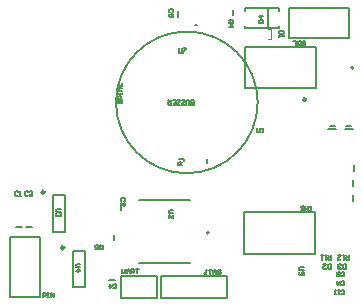
<source format=gto>
G04*
G04 #@! TF.GenerationSoftware,Altium Limited,Altium Designer,18.0.9 (584)*
G04*
G04 Layer_Color=65535*
%FSLAX25Y25*%
%MOIN*%
G70*
G01*
G75*
%ADD10C,0.00787*%
%ADD11C,0.00500*%
%ADD12C,0.00600*%
%ADD13C,0.00984*%
%ADD14C,0.01000*%
%ADD15C,0.00394*%
D10*
X215025Y177580D02*
G03*
X215025Y177580I-394J0D01*
G01*
X166894Y122500D02*
G03*
X166894Y122500I-394J0D01*
G01*
X215012Y133016D02*
Y134984D01*
X215071Y143016D02*
Y144984D01*
X215012Y138016D02*
Y139984D01*
X206622Y157126D02*
X209378D01*
X212122D02*
X214878D01*
X207213Y158260D02*
X208787D01*
X212713D02*
X214287D01*
X137457Y108043D02*
X149543D01*
Y100957D02*
Y108043D01*
X137457Y100957D02*
X149543D01*
X137457D02*
Y108043D01*
X133516Y106929D02*
X135484D01*
X166272Y145713D02*
Y147287D01*
X174772Y195213D02*
Y196787D01*
X156547Y194516D02*
Y196484D01*
X125469Y104398D02*
Y116602D01*
X121531Y104398D02*
Y116602D01*
Y104398D02*
X125469D01*
X121531Y116602D02*
X125469D01*
X150957Y108043D02*
X173043D01*
Y100957D02*
Y108043D01*
X150957Y100957D02*
X173043D01*
X150957D02*
Y108043D01*
X178791Y197346D02*
X190209D01*
X178791Y190654D02*
X190209D01*
X178791Y196559D02*
Y197346D01*
Y190654D02*
Y191441D01*
X190209Y196559D02*
Y197346D01*
Y190654D02*
Y191441D01*
X186469Y190654D02*
Y197346D01*
X193500Y187500D02*
X213500D01*
Y197500D01*
X193500D02*
X213500D01*
X193500Y187500D02*
Y197500D01*
X135272Y120213D02*
Y121787D01*
X137412Y130038D02*
Y132006D01*
X102686Y124308D02*
X104654D01*
X118969Y122898D02*
Y135102D01*
X115031Y122898D02*
Y135102D01*
Y122898D02*
X118969D01*
X115031Y135102D02*
X118969D01*
X106046Y124359D02*
X108014D01*
X100500Y101000D02*
Y121000D01*
Y101000D02*
X110500D01*
Y121000D01*
X100500D02*
X110500D01*
D11*
X183122Y166000D02*
G03*
X183122Y166000I-23622J0D01*
G01*
X202442Y170690D02*
Y184470D01*
X178820D02*
X202442D01*
X178820Y170690D02*
Y184470D01*
Y170690D02*
X202442D01*
X178689Y115610D02*
Y129390D01*
Y115610D02*
X202311D01*
Y129390D01*
X178689D02*
X202311D01*
X191809Y189840D02*
X190310D01*
Y189090D01*
X190560Y188840D01*
X191560D01*
X191809Y189090D01*
Y189840D01*
X190310Y188340D02*
Y187841D01*
Y188091D01*
X191809D01*
X191560Y188340D01*
X161760Y165150D02*
Y166650D01*
X161010D01*
X160760Y166400D01*
Y166150D01*
X161010Y165900D01*
X161760D01*
X161010D01*
X160760Y165650D01*
Y165400D01*
X161010Y165150D01*
X161760D01*
X160260D02*
Y166400D01*
X160011Y166650D01*
X159511D01*
X159261Y166400D01*
Y165150D01*
X158761D02*
X157761D01*
Y165400D01*
X158761Y166400D01*
Y166650D01*
X157761D01*
X157261Y165150D02*
X156262D01*
Y165400D01*
X157261Y166400D01*
Y166650D01*
X156262D01*
X154762Y165150D02*
X155762D01*
Y166650D01*
X154762D01*
X155762Y165900D02*
X155262D01*
X154262Y166650D02*
Y165150D01*
X153513D01*
X153263Y165400D01*
Y165900D01*
X153513Y166150D01*
X154262D01*
X153763D02*
X153263Y166650D01*
X138000Y110500D02*
Y109250D01*
X138250Y109000D01*
X138750D01*
X139000Y109250D01*
Y110500D01*
X139499Y109000D02*
Y110000D01*
X139999Y110500D01*
X140499Y110000D01*
Y109000D01*
Y109750D01*
X139499D01*
X140999Y109000D02*
Y110500D01*
X141749D01*
X141999Y110250D01*
Y109750D01*
X141749Y109500D01*
X140999D01*
X141499D02*
X141999Y109000D01*
X142499Y110500D02*
X143498D01*
X142998D01*
Y109000D01*
X213500Y115000D02*
Y113500D01*
X212750D01*
X212500Y113750D01*
Y114250D01*
X212750Y114500D01*
X213500D01*
X213000D02*
X212500Y115000D01*
X212000D02*
X211501D01*
X211751D01*
Y113500D01*
X212000D01*
X209751Y115000D02*
X210751D01*
X209751Y114000D01*
Y113750D01*
X210001Y113500D01*
X210501D01*
X210751Y113750D01*
X207500Y115000D02*
Y113500D01*
X206750D01*
X206500Y113750D01*
Y114250D01*
X206750Y114500D01*
X207500D01*
X207000D02*
X206500Y115000D01*
X206000D02*
X205501D01*
X205751D01*
Y113500D01*
X206000D01*
X204751Y115000D02*
X204251D01*
X204501D01*
Y113500D01*
X204751Y113750D01*
X158000Y145000D02*
X156500D01*
Y145750D01*
X156750Y146000D01*
X157250D01*
X157500Y145750D01*
Y145000D01*
Y145500D02*
X158000Y146000D01*
X158500Y146500D02*
Y146749D01*
X158250Y146999D01*
X157000D01*
X212500Y110501D02*
Y112000D01*
X211750D01*
X211500Y111750D01*
Y110750D01*
X211750Y110501D01*
X212500D01*
X211000Y110750D02*
X210751Y110501D01*
X210251D01*
X210001Y110750D01*
Y111000D01*
X210251Y111250D01*
X210501D01*
X210251D01*
X210001Y111500D01*
Y111750D01*
X210251Y112000D01*
X210751D01*
X211000Y111750D01*
X207500Y110501D02*
Y112000D01*
X206750D01*
X206500Y111750D01*
Y110750D01*
X206750Y110501D01*
X207500D01*
X205001Y112000D02*
X206000D01*
X205001Y111000D01*
Y110750D01*
X205251Y110501D01*
X205751D01*
X206000Y110750D01*
X211000Y108250D02*
X211250Y108001D01*
X211750D01*
X212000Y108250D01*
Y109250D01*
X211750Y109500D01*
X211250D01*
X211000Y109250D01*
X210501Y108001D02*
Y109500D01*
X209751D01*
X209501Y109250D01*
Y109000D01*
X209751Y108750D01*
X210501D01*
X209751D01*
X209501Y108500D01*
Y108250D01*
X209751Y108001D01*
X210501D01*
X211000Y105250D02*
X211250Y105000D01*
X211750D01*
X212000Y105250D01*
Y106250D01*
X211750Y106500D01*
X211250D01*
X211000Y106250D01*
X210501Y106500D02*
Y105500D01*
X210001Y105000D01*
X209501Y105500D01*
Y106500D01*
Y105750D01*
X210501D01*
X211000Y102250D02*
X211250Y102000D01*
X211750D01*
X212000Y102250D01*
Y103250D01*
X211750Y103500D01*
X211250D01*
X211000Y103250D01*
X210501Y103500D02*
X210001D01*
X210251D01*
Y102000D01*
X210501Y102250D01*
X209251Y103500D02*
X208751D01*
X209001D01*
Y102000D01*
X209251Y102250D01*
X135000Y104250D02*
X135250Y104000D01*
X135750D01*
X136000Y104250D01*
Y105250D01*
X135750Y105500D01*
X135250D01*
X135000Y105250D01*
X133751Y105500D02*
Y104000D01*
X134501Y104750D01*
X133501D01*
X124000Y112000D02*
X122750D01*
X122500Y111750D01*
Y111250D01*
X122750Y111000D01*
X124000D01*
X122500Y109751D02*
X124000D01*
X123250Y110501D01*
Y109501D01*
X156750Y184090D02*
Y182840D01*
X157000Y182590D01*
X157500D01*
X157750Y182840D01*
Y184090D01*
X158249D02*
X159249D01*
Y183840D01*
X158249Y182840D01*
Y182590D01*
X198500Y111000D02*
X197250D01*
X197000Y110750D01*
Y110250D01*
X197250Y110000D01*
X198500D01*
Y108501D02*
Y109501D01*
X197750D01*
X198000Y109001D01*
Y108751D01*
X197750Y108501D01*
X197250D01*
X197000Y108751D01*
Y109251D01*
X197250Y109501D01*
X198500Y131250D02*
X198250Y131500D01*
X197750D01*
X197500Y131250D01*
Y131000D01*
X197750Y130750D01*
X198250D01*
X198500Y130500D01*
Y130250D01*
X198250Y130000D01*
X197750D01*
X197500Y130250D01*
X199000Y131500D02*
Y130000D01*
X199499Y130500D01*
X199999Y130000D01*
Y131500D01*
X200499Y130000D02*
X200999D01*
X200749D01*
Y131500D01*
X200499Y131250D01*
X154999Y130000D02*
X153750D01*
X153500Y129750D01*
Y129250D01*
X153750Y129000D01*
X154999D01*
X153500Y127501D02*
Y128500D01*
X154500Y127501D01*
X154750D01*
X154999Y127751D01*
Y128251D01*
X154750Y128500D01*
X198000Y185250D02*
X198250Y185001D01*
X198750D01*
X199000Y185250D01*
Y185500D01*
X198750Y185750D01*
X198250D01*
X198000Y186000D01*
Y186250D01*
X198250Y186500D01*
X198750D01*
X199000Y186250D01*
X196751Y185001D02*
X197251D01*
X197501Y185250D01*
Y186250D01*
X197251Y186500D01*
X196751D01*
X196501Y186250D01*
Y185250D01*
X196751Y185001D01*
X196001D02*
Y186500D01*
X195001D01*
X131500Y118500D02*
Y117000D01*
X130750D01*
X130500Y117250D01*
Y117750D01*
X130750Y118000D01*
X131500D01*
X131000D02*
X130500Y118500D01*
X129001Y117000D02*
X130000D01*
Y117750D01*
X129501Y117500D01*
X129251D01*
X129001Y117750D01*
Y118250D01*
X129251Y118500D01*
X129751D01*
X130000Y118250D01*
X173531Y193500D02*
X175031D01*
Y192750D01*
X174781Y192500D01*
X174281D01*
X174031Y192750D01*
Y193500D01*
Y193000D02*
X173531Y192500D01*
Y191251D02*
X175031D01*
X174281Y192000D01*
Y191001D01*
X183501Y192500D02*
X185000D01*
Y193250D01*
X184750Y193500D01*
X183750D01*
X183501Y193250D01*
Y192500D01*
X185000Y194749D02*
X183501D01*
X184250Y194000D01*
Y194999D01*
X154750Y196000D02*
X154999Y196250D01*
Y196750D01*
X154750Y197000D01*
X153750D01*
X153500Y196750D01*
Y196250D01*
X153750Y196000D01*
X154999Y194501D02*
Y195501D01*
X154250D01*
X154500Y195001D01*
Y194751D01*
X154250Y194501D01*
X153750D01*
X153500Y194751D01*
Y195251D01*
X153750Y195501D01*
X166250Y110249D02*
X165750D01*
X166000D01*
Y109000D01*
X165750Y108750D01*
X165500D01*
X165250Y109000D01*
X166750Y110249D02*
X167749D01*
X167249D01*
Y108750D01*
X168249D02*
Y109750D01*
X168749Y110249D01*
X169249Y109750D01*
Y108750D01*
Y109500D01*
X168249D01*
X170748Y110000D02*
X170498Y110249D01*
X169999D01*
X169749Y110000D01*
Y109000D01*
X169999Y108750D01*
X170498D01*
X170748Y109000D01*
Y109500D01*
X170248D01*
X117499Y130500D02*
X116250D01*
X116000Y130250D01*
Y129750D01*
X116250Y129500D01*
X117499D01*
X117250Y129000D02*
X117499Y128751D01*
Y128251D01*
X117250Y128001D01*
X117000D01*
X116750Y128251D01*
Y128501D01*
Y128251D01*
X116500Y128001D01*
X116250D01*
X116000Y128251D01*
Y128751D01*
X116250Y129000D01*
X183000Y157500D02*
Y156250D01*
X183250Y156000D01*
X183750D01*
X184000Y156250D01*
Y157500D01*
X184500Y156000D02*
X184999D01*
X184749D01*
Y157500D01*
X184500Y157250D01*
X136750Y166641D02*
X136501Y166391D01*
Y165891D01*
X136750Y165641D01*
X137000D01*
X137250Y165891D01*
Y166391D01*
X137500Y166641D01*
X137750D01*
X138000Y166391D01*
Y165891D01*
X137750Y165641D01*
X138000Y167141D02*
X136501D01*
Y167890D01*
X136750Y168140D01*
X137250D01*
X137500Y167890D01*
Y167141D01*
X138000Y168640D02*
Y169140D01*
Y168890D01*
X136501D01*
X136750Y168640D01*
X138000Y169890D02*
X136501D01*
X137000Y170390D01*
X136501Y170889D01*
X138000D01*
X136501Y171389D02*
X138000D01*
Y172389D01*
X111500Y101000D02*
Y102499D01*
X112250D01*
X112500Y102250D01*
Y101750D01*
X112250Y101500D01*
X111500D01*
X112999Y102499D02*
X113499D01*
X113249D01*
Y101000D01*
X112999D01*
X113499D01*
X114249D02*
Y102499D01*
X115249Y101000D01*
Y102499D01*
X106530Y136061D02*
X106280Y136311D01*
X105780D01*
X105530Y136061D01*
Y135062D01*
X105780Y134812D01*
X106280D01*
X106530Y135062D01*
X107029Y136061D02*
X107279Y136311D01*
X107779D01*
X108029Y136061D01*
Y135811D01*
X107779Y135562D01*
X107529D01*
X107779D01*
X108029Y135312D01*
Y135062D01*
X107779Y134812D01*
X107279D01*
X107029Y135062D01*
X138650Y133022D02*
X138900Y133272D01*
Y133772D01*
X138650Y134022D01*
X137650D01*
X137400Y133772D01*
Y133272D01*
X137650Y133022D01*
X137400Y131523D02*
Y132522D01*
X138400Y131523D01*
X138650D01*
X138900Y131773D01*
Y132273D01*
X138650Y132522D01*
X103170Y136070D02*
X102920Y136319D01*
X102420D01*
X102170Y136070D01*
Y135070D01*
X102420Y134820D01*
X102920D01*
X103170Y135070D01*
X103670Y134820D02*
X104169D01*
X103919D01*
Y136319D01*
X103670Y136070D01*
D12*
X162241Y191693D02*
G03*
X162841Y191687I309J1010D01*
G01*
X143600Y112600D02*
X160400D01*
X143600Y133400D02*
X160400D01*
D13*
X118579Y117587D02*
G03*
X118579Y117587I-492J0D01*
G01*
X112079Y136087D02*
G03*
X112079Y136087I-492J0D01*
G01*
D14*
X199174Y166928D02*
G03*
X199174Y166928I-447J0D01*
G01*
D15*
X186491Y187270D02*
X187672D01*
X186491Y190420D02*
X187672D01*
Y187270D02*
Y190420D01*
M02*

</source>
